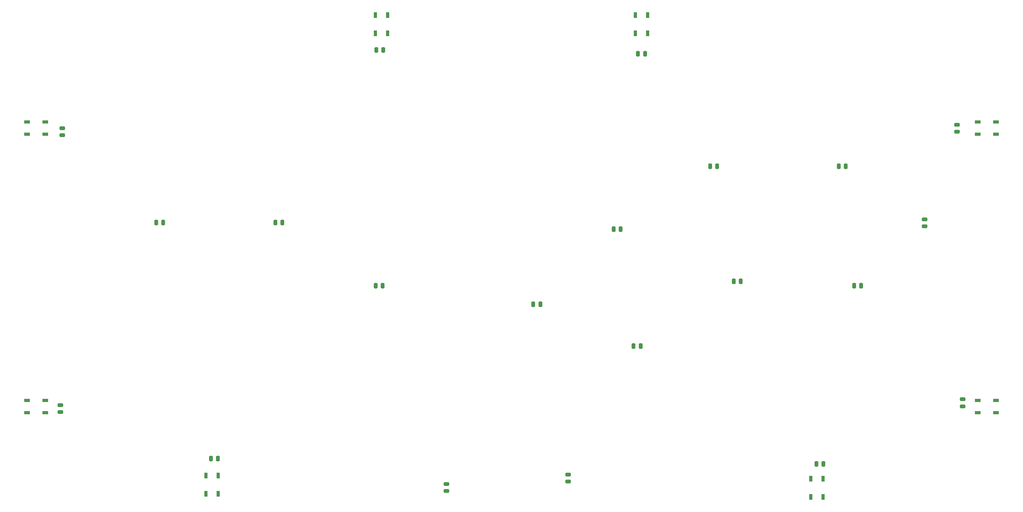
<source format=gtp>
G04 #@! TF.GenerationSoftware,KiCad,Pcbnew,9.0.0*
G04 #@! TF.CreationDate,2025-05-11T16:12:36-07:00*
G04 #@! TF.ProjectId,HE_Leverless_Mainboard,48455f4c-6576-4657-926c-6573735f4d61,rev?*
G04 #@! TF.SameCoordinates,Original*
G04 #@! TF.FileFunction,Paste,Top*
G04 #@! TF.FilePolarity,Positive*
%FSLAX46Y46*%
G04 Gerber Fmt 4.6, Leading zero omitted, Abs format (unit mm)*
G04 Created by KiCad (PCBNEW 9.0.0) date 2025-05-11 16:12:36*
%MOMM*%
%LPD*%
G01*
G04 APERTURE LIST*
G04 Aperture macros list*
%AMRoundRect*
0 Rectangle with rounded corners*
0 $1 Rounding radius*
0 $2 $3 $4 $5 $6 $7 $8 $9 X,Y pos of 4 corners*
0 Add a 4 corners polygon primitive as box body*
4,1,4,$2,$3,$4,$5,$6,$7,$8,$9,$2,$3,0*
0 Add four circle primitives for the rounded corners*
1,1,$1+$1,$2,$3*
1,1,$1+$1,$4,$5*
1,1,$1+$1,$6,$7*
1,1,$1+$1,$8,$9*
0 Add four rect primitives between the rounded corners*
20,1,$1+$1,$2,$3,$4,$5,0*
20,1,$1+$1,$4,$5,$6,$7,0*
20,1,$1+$1,$6,$7,$8,$9,0*
20,1,$1+$1,$8,$9,$2,$3,0*%
G04 Aperture macros list end*
%ADD10RoundRect,0.250000X-0.475000X0.250000X-0.475000X-0.250000X0.475000X-0.250000X0.475000X0.250000X0*%
%ADD11RoundRect,0.090000X0.360000X-0.660000X0.360000X0.660000X-0.360000X0.660000X-0.360000X-0.660000X0*%
%ADD12RoundRect,0.250000X-0.250000X-0.475000X0.250000X-0.475000X0.250000X0.475000X-0.250000X0.475000X0*%
%ADD13RoundRect,0.250000X0.475000X-0.250000X0.475000X0.250000X-0.475000X0.250000X-0.475000X-0.250000X0*%
%ADD14RoundRect,0.250000X0.250000X0.475000X-0.250000X0.475000X-0.250000X-0.475000X0.250000X-0.475000X0*%
%ADD15RoundRect,0.090000X-0.360000X0.660000X-0.360000X-0.660000X0.360000X-0.660000X0.360000X0.660000X0*%
%ADD16RoundRect,0.090000X-0.660000X-0.360000X0.660000X-0.360000X0.660000X0.360000X-0.660000X0.360000X0*%
%ADD17RoundRect,0.090000X0.660000X0.360000X-0.660000X0.360000X-0.660000X-0.360000X0.660000X-0.360000X0*%
G04 APERTURE END LIST*
D10*
X212946699Y-194005699D03*
X212946699Y-195905699D03*
D11*
X161046699Y-75105699D03*
X164346699Y-75105699D03*
X164346699Y-70205699D03*
X161046699Y-70205699D03*
D12*
X203546698Y-148096699D03*
X205446698Y-148096699D03*
D13*
X180196699Y-198405699D03*
X180196699Y-196505699D03*
D12*
X225196699Y-127905699D03*
X227096699Y-127905699D03*
D13*
X76696699Y-102605699D03*
X76696699Y-100705699D03*
D14*
X281696699Y-191155699D03*
X279796699Y-191155699D03*
D12*
X251196699Y-110905699D03*
X253096699Y-110905699D03*
D10*
X319196699Y-173705699D03*
X319196699Y-175605699D03*
D12*
X231746699Y-80655699D03*
X233646699Y-80655699D03*
X289946699Y-143155699D03*
X291846699Y-143155699D03*
D11*
X231046699Y-75105699D03*
X234346699Y-75105699D03*
X234346699Y-70205699D03*
X231046699Y-70205699D03*
D15*
X281596698Y-195146699D03*
X278296698Y-195146699D03*
X278296698Y-200046699D03*
X281596698Y-200046699D03*
D12*
X134096698Y-126096699D03*
X135996698Y-126096699D03*
D10*
X317696699Y-99755699D03*
X317696699Y-101655699D03*
D14*
X118646699Y-189655699D03*
X116746699Y-189655699D03*
D15*
X118696698Y-194296699D03*
X115396698Y-194296699D03*
X115396698Y-199196699D03*
X118696698Y-199196699D03*
D16*
X323246699Y-99005699D03*
X323246699Y-102305699D03*
X328146699Y-102305699D03*
X328146699Y-99005699D03*
D17*
X72146699Y-102305699D03*
X72146699Y-99005699D03*
X67246699Y-99005699D03*
X67246699Y-102305699D03*
D12*
X257546699Y-141905699D03*
X259446699Y-141905699D03*
X101996698Y-126096699D03*
X103896698Y-126096699D03*
X161246699Y-79655699D03*
X163146699Y-79655699D03*
X285796699Y-110905699D03*
X287696699Y-110905699D03*
D13*
X76196699Y-177155699D03*
X76196699Y-175255699D03*
D16*
X323246699Y-174005699D03*
X323246699Y-177305699D03*
X328146699Y-177305699D03*
X328146699Y-174005699D03*
D17*
X72146699Y-177305699D03*
X72146699Y-174005699D03*
X67246699Y-174005699D03*
X67246699Y-177305699D03*
D12*
X161096698Y-143096699D03*
X162996698Y-143096699D03*
X230546699Y-159405699D03*
X232446699Y-159405699D03*
D10*
X308946699Y-125255699D03*
X308946699Y-127155699D03*
M02*

</source>
